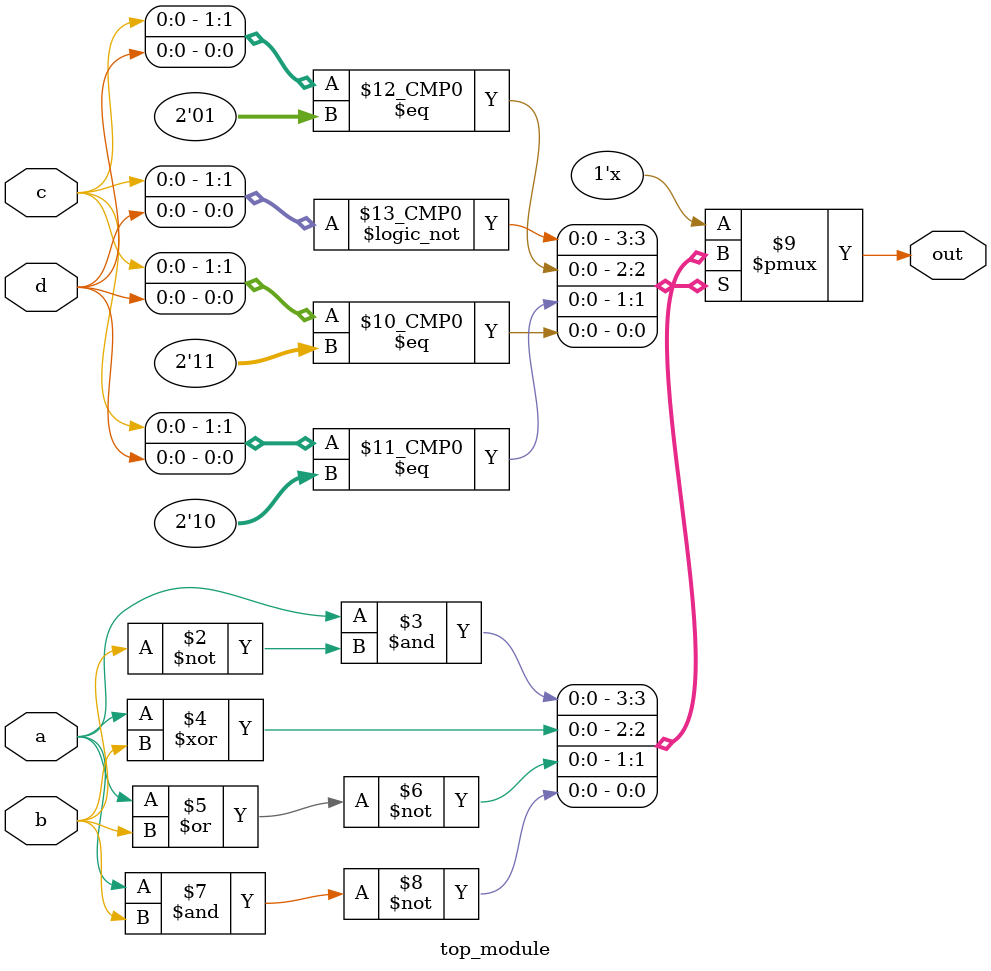
<source format=sv>
module top_module (
    input a, 
    input b,
    input c,
    input d,
    output reg out
);

always @(*) begin
    case ({c, d})
        2'b00: out = a & ~b;
        2'b01: out = a ^ b;
        2'b10: out = ~(a | b);
        2'b11: out = ~(a & b);
    endcase
end

endmodule

</source>
